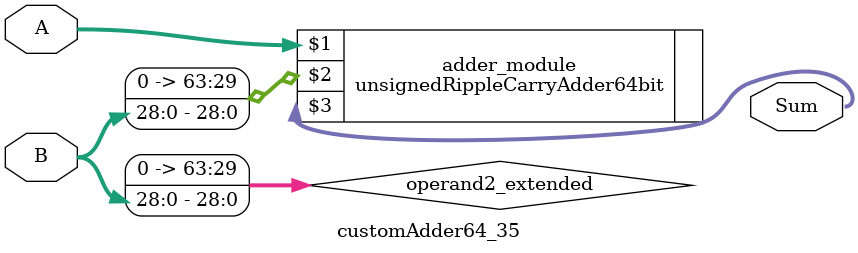
<source format=v>
module customAdder64_35(
                        input [63 : 0] A,
                        input [28 : 0] B,
                        
                        output [64 : 0] Sum
                );

        wire [63 : 0] operand2_extended;
        
        assign operand2_extended =  {35'b0, B};
        
        unsignedRippleCarryAdder64bit adder_module(
            A,
            operand2_extended,
            Sum
        );
        
        endmodule
        
</source>
